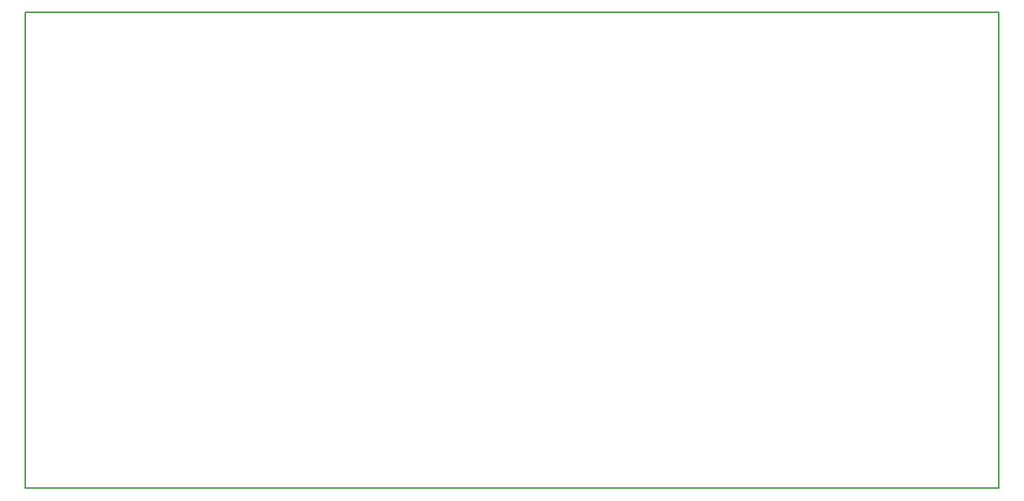
<source format=gbr>
%TF.GenerationSoftware,KiCad,Pcbnew,(5.0.0)*%
%TF.CreationDate,2019-02-20T22:56:50-06:00*%
%TF.ProjectId,HVSignalAmplifier,48565369676E616C416D706C69666965,rev?*%
%TF.SameCoordinates,Original*%
%TF.FileFunction,Profile,NP*%
%FSLAX46Y46*%
G04 Gerber Fmt 4.6, Leading zero omitted, Abs format (unit mm)*
G04 Created by KiCad (PCBNEW (5.0.0)) date 02/20/19 22:56:50*
%MOMM*%
%LPD*%
G01*
G04 APERTURE LIST*
%ADD10C,0.200000*%
G04 APERTURE END LIST*
D10*
X88900000Y-132080000D02*
X88900000Y-91440000D01*
X203200000Y-132080000D02*
X88900000Y-132080000D01*
X203200000Y-76200000D02*
X203200000Y-132080000D01*
X88900000Y-76200000D02*
X203200000Y-76200000D01*
X88900000Y-91440000D02*
X88900000Y-76200000D01*
M02*

</source>
